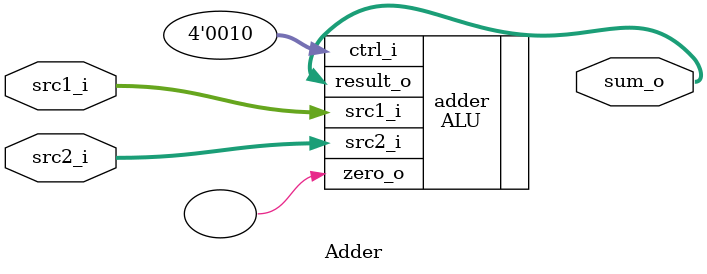
<source format=v>

module Adder(
    src1_i,
	src2_i,
	sum_o
	);
     
//I/O ports
input  [32-1:0]  src1_i;
input  [32-1:0]	 src2_i;
output [32-1:0]	 sum_o;

//Internal Signals
wire    [32-1:0]	 sum_o;

//Parameter
    
//Main function
ALU adder(.src1_i(src1_i), .src2_i(src2_i), .ctrl_i(4'b0010), .result_o(sum_o), .zero_o()); //sets alu to adder
endmodule





                    
                    
</source>
